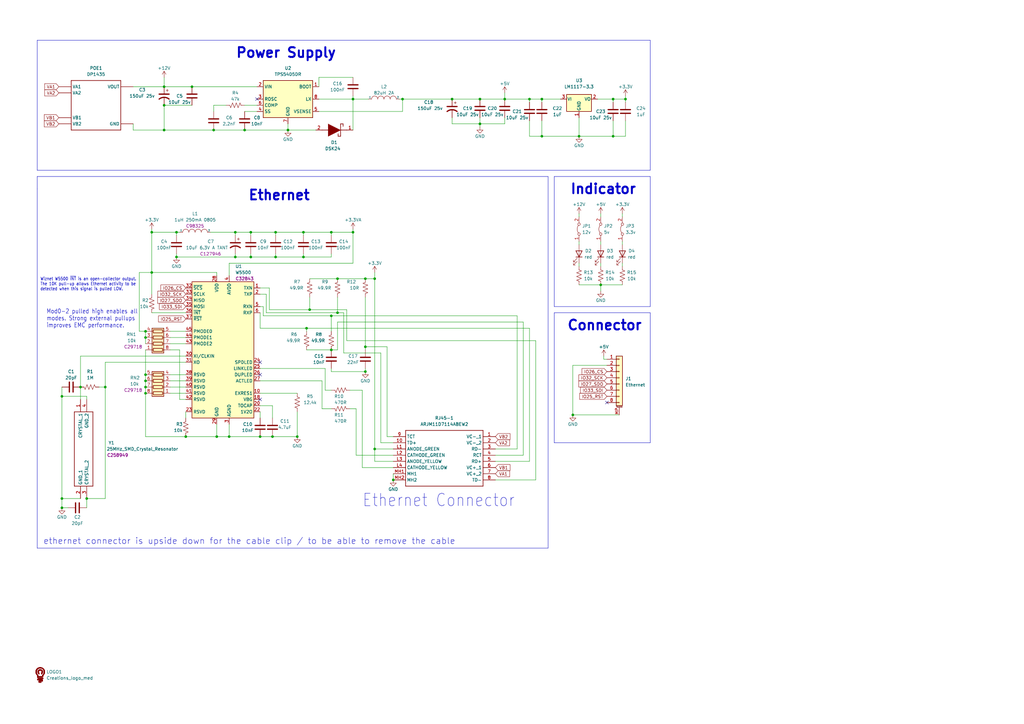
<source format=kicad_sch>
(kicad_sch (version 20230121) (generator eeschema)
  (paper "A3")
  (lib_symbols
    (symbol "Austins creations:25MHz_SMD_Crystal_Resonator"
      (property "Reference" "Y" (at 0 10.16 0))
      (property "Value" "25MHz_SMD_Crystal_Resonator" (at 0 7.62 0))
      (property "part #" "C258949" (at 0 5.08 0))
      (symbol "25MHz_SMD_Crystal_Resonator_1_0"
        (pin bidirectional line (at -20.32 -1.27 0) (length 5.08) (name "CRYSTAL_1") (number "1"))
        (pin bidirectional line (at 20.32 -1.27 180) (length 5.08) (name "GND_1") (number "2"))
        (pin bidirectional line (at 20.32 1.27 180) (length 5.08) (name "CRYSTAL_2") (number "3"))
        (pin bidirectional line (at -20.32 1.27 0) (length 5.08) (name "GND_2") (number "4"))
      )
    )
    (symbol "Austins creations:ARJM11D7114ABEW2"
      (property "Reference" "RJ45-" (at 0 15.24 0))
      (property "Value" "ARJM11D7114ABEW2" (at 0 12.7 0))
      (symbol "ARJM11D7114ABEW2_1_0"
        (pin bidirectional line (at -21.59 8.89 0) (length 5.08) (name "VC-_1") (number "1"))
        (pin bidirectional line (at 20.32 6.35 180) (length 5.08) (name "TD+") (number "10"))
        (pin bidirectional line (at -21.59 6.35 0) (length 5.08) (name "VC-_2") (number "2"))
        (pin bidirectional line (at -21.59 3.81 0) (length 5.08) (name "RD-") (number "3"))
        (pin bidirectional line (at -21.59 1.27 0) (length 5.08) (name "RCT") (number "4"))
        (pin bidirectional line (at -21.59 -1.27 0) (length 5.08) (name "RD+") (number "5"))
        (pin bidirectional line (at -21.59 -3.81 0) (length 5.08) (name "VC+_1") (number "6"))
        (pin bidirectional line (at -21.59 -6.35 0) (length 5.08) (name "VC+_2") (number "7"))
        (pin bidirectional line (at -21.59 -8.89 0) (length 5.08) (name "TD-") (number "8"))
        (pin bidirectional line (at 20.32 8.89 180) (length 5.08) (name "TCT") (number "9"))
        (pin bidirectional line (at 20.32 3.81 180) (length 5.08) (name "ANODE_GREEN") (number "L1"))
        (pin bidirectional line (at 20.32 1.27 180) (length 5.08) (name "CATHODE_GREEN") (number "L2"))
        (pin bidirectional line (at 20.32 -1.27 180) (length 5.08) (name "ANODE_YELLOW") (number "L3"))
        (pin bidirectional line (at 20.32 -3.81 180) (length 5.08) (name "CATHODE_YELLOW") (number "L4"))
        (pin bidirectional line (at 20.32 -6.35 180) (length 5.08) (name "MH1") (number "MH1"))
        (pin bidirectional line (at 20.32 -8.89 180) (length 5.08) (name "MH2") (number "MH2"))
      )
    )
    (symbol "Austins creations:DP1435"
      (property "Reference" "POE" (at 0 13.97 0))
      (property "Value" "DP1435" (at 0 11.43 0))
      (symbol "DP1435_1_0"
        (pin bidirectional line (at 15.24 -7.62 180) (length 5.08) (name "GND") (number "GND"))
        (pin bidirectional line (at -15.24 7.62 0) (length 5.08) (name "VA1") (number "VA1"))
        (pin bidirectional line (at -15.24 5.08 0) (length 5.08) (name "VA2") (number "VA2"))
        (pin bidirectional line (at -15.24 -5.08 0) (length 5.08) (name "VB1") (number "VB1"))
        (pin bidirectional line (at -15.24 -7.62 0) (length 5.08) (name "VB2") (number "VB2"))
        (pin bidirectional line (at 15.24 7.62 180) (length 5.08) (name "VOUT") (number "VOUT"))
      )
    )
    (symbol "Austins creations:PMEG4050EP"
      (property "Reference" "D" (at 0 8.89 0))
      (property "Value" "PMEG4050EP" (at 0 6.35 0))
      (property "part #" "C96235" (at 0 3.81 0))
      (symbol "PMEG4050EP_1_0"
        (pin bidirectional line (at -7.62 0 0) (length 2.54) (name "K") (number "1"))
        (pin bidirectional line (at 7.62 0 180) (length 2.54) (name "A") (number "2"))
      )
    )
    (symbol "Connector_Generic_MountingPin:Conn_01x08_MountingPin" (pin_names (offset 1.016) hide)
      (property "Reference" "J" (at 0 10.16 0))
      (property "Value" "Conn_01x08_MountingPin" (at 1.27 -12.7 0))
      (symbol "Conn_01x08_MountingPin_1_1"
        (text "Mounting" (at 0 -11.811 0) (effects (font (size 0.381 0.381))))
        (pin passive line (at -5.08 7.62 0) (length 3.81) (name "Pin_1") (number "1"))
        (pin passive line (at -5.08 5.08 0) (length 3.81) (name "Pin_2") (number "2"))
        (pin passive line (at -5.08 2.54 0) (length 3.81) (name "Pin_3") (number "3"))
        (pin passive line (at -5.08 0 0) (length 3.81) (name "Pin_4") (number "4"))
        (pin passive line (at -5.08 -2.54 0) (length 3.81) (name "Pin_5") (number "5"))
        (pin passive line (at -5.08 -5.08 0) (length 3.81) (name "Pin_6") (number "6"))
        (pin passive line (at -5.08 -7.62 0) (length 3.81) (name "Pin_7") (number "7"))
        (pin passive line (at -5.08 -10.16 0) (length 3.81) (name "Pin_8") (number "8"))
        (pin passive line (at 0 -15.24 90) (length 3.048) (name "MountPin") (number "MP"))
      )
    )
    (symbol "Device:C" (pin_numbers hide) (pin_names (offset 0.254))
      (property "Reference" "C" (at 0.635 2.54 0))
      (property "Value" "C" (at 0.635 -2.54 0))
      (symbol "C_1_1"
        (pin passive line (at 0 3.81 270) (length 2.794) (name "~") (number "1"))
        (pin passive line (at 0 -3.81 90) (length 2.794) (name "~") (number "2"))
      )
    )
    (symbol "Device:C_Polarized_US" (pin_numbers hide) (pin_names (offset 0.254) hide)
      (property "Reference" "C" (at 0.635 2.54 0))
      (property "Value" "C_Polarized_US" (at 0.635 -2.54 0))
      (symbol "C_Polarized_US_1_1"
        (pin passive line (at 0 3.81 270) (length 2.794) (name "~") (number "1"))
        (pin passive line (at 0 -3.81 90) (length 3.302) (name "~") (number "2"))
      )
    )
    (symbol "Device:LED" (pin_numbers hide) (pin_names (offset 1.016) hide)
      (property "Reference" "D" (at 0 2.54 0))
      (property "Value" "LED" (at 0 -2.54 0))
      (symbol "LED_1_1"
        (pin passive line (at -3.81 0 0) (length 2.54) (name "K") (number "1"))
        (pin passive line (at 3.81 0 180) (length 2.54) (name "A") (number "2"))
      )
    )
    (symbol "Device:R_Pack04" (pin_names (offset 0) hide)
      (property "Reference" "RN" (at -7.62 0 90))
      (property "Value" "R_Pack04" (at 5.08 0 90))
      (symbol "R_Pack04_1_1"
        (pin passive line (at -5.08 -5.08 90) (length 2.54) (name "R1.1") (number "1"))
        (pin passive line (at -2.54 -5.08 90) (length 2.54) (name "R2.1") (number "2"))
        (pin passive line (at 0 -5.08 90) (length 2.54) (name "R3.1") (number "3"))
        (pin passive line (at 2.54 -5.08 90) (length 2.54) (name "R4.1") (number "4"))
        (pin passive line (at 2.54 5.08 270) (length 2.54) (name "R4.2") (number "5"))
        (pin passive line (at 0 5.08 270) (length 2.54) (name "R3.2") (number "6"))
        (pin passive line (at -2.54 5.08 270) (length 2.54) (name "R2.2") (number "7"))
        (pin passive line (at -5.08 5.08 270) (length 2.54) (name "R1.2") (number "8"))
      )
    )
    (symbol "Device:R_US" (pin_numbers hide) (pin_names (offset 0))
      (property "Reference" "R" (at 2.54 0 90))
      (property "Value" "R_US" (at -2.54 0 90))
      (symbol "R_US_1_1"
        (pin passive line (at 0 3.81 270) (length 1.27) (name "~") (number "1"))
        (pin passive line (at 0 -3.81 90) (length 1.27) (name "~") (number "2"))
      )
    )
    (symbol "Interface_Ethernet:W5500"
      (property "Reference" "U" (at -11.43 29.21 0))
      (property "Value" "W5500" (at 8.89 29.21 0))
      (symbol "W5500_1_1"
        (pin output line (at 15.24 25.4 180) (length 2.54) (name "TXN") (number "1"))
        (pin passive line (at 15.24 -17.78 180) (length 2.54) (name "EXRES1") (number "10"))
        (pin passive line (at 2.54 30.48 270) (length 2.54) hide (name "AVDD") (number "11"))
        (pin no_connect line (at 12.7 7.62 180) (length 2.54) hide (name "NC") (number "12"))
        (pin no_connect line (at 12.7 5.08 180) (length 2.54) hide (name "NC") (number "13"))
        (pin passive line (at 2.54 -30.48 90) (length 2.54) hide (name "AGND") (number "14"))
        (pin passive line (at 2.54 30.48 270) (length 2.54) hide (name "AVDD") (number "15"))
        (pin passive line (at 2.54 -30.48 90) (length 2.54) hide (name "AGND") (number "16"))
        (pin passive line (at 2.54 30.48 270) (length 2.54) hide (name "AVDD") (number "17"))
        (pin passive line (at 15.24 -20.32 180) (length 2.54) (name "VBG") (number "18"))
        (pin passive line (at 2.54 -30.48 90) (length 2.54) hide (name "AGND") (number "19"))
        (pin output line (at 15.24 22.86 180) (length 2.54) (name "TXP") (number "2"))
        (pin passive line (at 15.24 -22.86 180) (length 2.54) (name "TOCAP") (number "20"))
        (pin passive line (at 2.54 30.48 270) (length 2.54) hide (name "AVDD") (number "21"))
        (pin output line (at 15.24 -25.4 180) (length 2.54) (name "1V2O") (number "22"))
        (pin input line (at -15.24 -25.4 0) (length 2.54) (name "RSVD") (number "23"))
        (pin output line (at 15.24 -5.08 180) (length 2.54) (name "SPDLED") (number "24"))
        (pin output line (at 15.24 -7.62 180) (length 2.54) (name "LINKLED") (number "25"))
        (pin output line (at 15.24 -10.16 180) (length 2.54) (name "DUPLED") (number "26"))
        (pin output line (at 15.24 -12.7 180) (length 2.54) (name "ACTLED") (number "27"))
        (pin power_in line (at -2.54 30.48 270) (length 2.54) (name "VDD") (number "28"))
        (pin power_in line (at -2.54 -30.48 90) (length 2.54) (name "GND") (number "29"))
        (pin power_in line (at 2.54 -30.48 90) (length 2.54) (name "AGND") (number "3"))
        (pin input line (at -15.24 -2.54 0) (length 2.54) (name "XI/CLKIN") (number "30"))
        (pin output line (at -15.24 -5.08 0) (length 2.54) (name "XO") (number "31"))
        (pin input line (at -15.24 25.4 0) (length 2.54) (name "~{SCS}") (number "32"))
        (pin input line (at -15.24 22.86 0) (length 2.54) (name "SCLK") (number "33"))
        (pin output line (at -15.24 20.32 0) (length 2.54) (name "MISO") (number "34"))
        (pin input line (at -15.24 17.78 0) (length 2.54) (name "MOSI") (number "35"))
        (pin input line (at -15.24 15.24 0) (length 2.54) (name "~{INT}") (number "36"))
        (pin input line (at -15.24 12.7 0) (length 2.54) (name "~{RST}") (number "37"))
        (pin input line (at -15.24 -10.16 0) (length 2.54) (name "RSVD") (number "38"))
        (pin input line (at -15.24 -12.7 0) (length 2.54) (name "RSVD") (number "39"))
        (pin power_in line (at 2.54 30.48 270) (length 2.54) (name "AVDD") (number "4"))
        (pin input line (at -15.24 -15.24 0) (length 2.54) (name "RSVD") (number "40"))
        (pin input line (at -15.24 -17.78 0) (length 2.54) (name "RSVD") (number "41"))
        (pin input line (at -15.24 -20.32 0) (length 2.54) (name "RSVD") (number "42"))
        (pin input line (at -15.24 2.54 0) (length 2.54) (name "PMODE2") (number "43"))
        (pin input line (at -15.24 5.08 0) (length 2.54) (name "PMODE1") (number "44"))
        (pin input line (at -15.24 7.62 0) (length 2.54) (name "PMODE0") (number "45"))
        (pin no_connect line (at 12.7 2.54 180) (length 2.54) hide (name "NC") (number "46"))
        (pin no_connect line (at 12.7 0 180) (length 2.54) hide (name "NC") (number "47"))
        (pin passive line (at 2.54 -30.48 90) (length 2.54) hide (name "AGND") (number "48"))
        (pin input line (at 15.24 17.78 180) (length 2.54) (name "RXN") (number "5"))
        (pin input line (at 15.24 15.24 180) (length 2.54) (name "RXP") (number "6"))
        (pin no_connect line (at 12.7 10.16 180) (length 2.54) hide (name "DNC") (number "7"))
        (pin passive line (at 2.54 30.48 270) (length 2.54) hide (name "AVDD") (number "8"))
        (pin passive line (at 2.54 -30.48 90) (length 2.54) hide (name "AGND") (number "9"))
      )
    )
    (symbol "Jumper:Jumper_2_Bridged" (pin_names (offset 0) hide)
      (property "Reference" "JP" (at 0 1.905 0))
      (property "Value" "Jumper_2_Bridged" (at 0 -2.54 0))
      (symbol "Jumper_2_Bridged_1_1"
        (pin passive line (at -5.08 0 0) (length 2.54) (name "A") (number "1"))
        (pin passive line (at 5.08 0 180) (length 2.54) (name "B") (number "2"))
      )
    )
    (symbol "Regulator_Linear:LM1117-3.3" (pin_names (offset 0.254))
      (property "Reference" "U" (at -3.81 3.175 0))
      (property "Value" "LM1117-3.3" (at 0 3.175 0))
      (symbol "LM1117-3.3_1_1"
        (pin power_in line (at 0 -7.62 90) (length 2.54) (name "GND") (number "1"))
        (pin power_out line (at 7.62 0 180) (length 2.54) (name "VO") (number "2"))
        (pin power_in line (at -7.62 0 0) (length 2.54) (name "VI") (number "3"))
      )
    )
    (symbol "Regulator_Switching:TPS5403"
      (property "Reference" "U" (at 0 11.43 0))
      (property "Value" "TPS5403" (at 0 8.89 0))
      (symbol "TPS5403_1_1"
        (pin passive line (at 12.7 5.08 180) (length 2.54) (name "BOOT") (number "1"))
        (pin power_in line (at -12.7 5.08 0) (length 2.54) (name "VIN") (number "2"))
        (pin passive line (at -12.7 0 0) (length 2.54) (name "ROSC") (number "3"))
        (pin passive line (at -12.7 -5.08 0) (length 2.54) (name "SS") (number "4"))
        (pin input line (at 12.7 -5.08 180) (length 2.54) (name "VSENSE") (number "5"))
        (pin passive line (at -12.7 -2.54 0) (length 2.54) (name "COMP") (number "6"))
        (pin power_in line (at 0 -10.16 90) (length 2.54) (name "GND") (number "7"))
        (pin output line (at 12.7 0 180) (length 2.54) (name "LX") (number "8"))
      )
    )
    (symbol "logos:Creations_logo_med"
      (property "Reference" "LOGO" (at 0 6.35 0))
      (property "Value" "Creations_logo_med" (at 0 3.81 0))
    )
    (symbol "power:+12V" (power) (pin_names (offset 0))
      (property "Value" "+12V" (at 0 3.556 0))
      (symbol "+12V_1_1"
        (pin power_in line (at 0 0 90) (length 0) hide (name "+12V") (number "1"))
      )
    )
    (symbol "power:+3.3V" (power) (pin_names (offset 0))
      (property "Value" "+3.3V" (at 0 3.556 0))
      (symbol "+3.3V_1_1"
        (pin power_in line (at 0 0 90) (length 0) hide (name "+3.3V") (number "1"))
      )
    )
    (symbol "power:+3.3VA" (power) (pin_names (offset 0))
      (property "Value" "+3.3VA" (at 0 3.556 0))
      (symbol "+3.3VA_1_1"
        (pin power_in line (at 0 0 90) (length 0) hide (name "+3.3VA") (number "1"))
      )
    )
    (symbol "power:+5V" (power) (pin_names (offset 0))
      (property "Value" "+5V" (at 0 3.556 0))
      (symbol "+5V_1_1"
        (pin power_in line (at 0 0 90) (length 0) hide (name "+5V") (number "1"))
      )
    )
    (symbol "power:GND" (power) (pin_names (offset 0))
      (property "Value" "GND" (at 0 -3.81 0))
      (symbol "GND_1_1"
        (pin power_in line (at 0 0 270) (length 0) hide (name "GND") (number "1"))
      )
    )
    (symbol "pspice:INDUCTOR" (pin_numbers hide) (pin_names (offset 0))
      (property "Reference" "L" (at 0 2.54 0))
      (property "Value" "INDUCTOR" (at 0 -1.27 0))
      (symbol "INDUCTOR_1_1"
        (pin input line (at -6.35 0 0) (length 1.27) (name "1") (number "1"))
        (pin input line (at 6.35 0 180) (length 1.27) (name "2") (number "2"))
      )
    )
  )
  (junction (at 59.69 161.29))
  (junction (at 135.89 129.54))
  (junction (at 100.33 53.34))
  (junction (at 185.42 40.64))
  (junction (at 144.78 95.25))
  (junction (at 222.25 40.64))
  (junction (at 222.25 55.88))
  (junction (at 144.78 40.64))
  (junction (at 25.4 162.56))
  (junction (at 234.95 170.18))
  (junction (at 251.46 40.64))
  (junction (at 207.01 40.64))
  (junction (at 25.4 208.28))
  (junction (at 59.69 158.75))
  (junction (at 149.86 152.4))
  (junction (at 87.63 53.34))
  (junction (at 246.38 116.84))
  (junction (at 33.02 158.75))
  (junction (at 59.69 156.21))
  (junction (at 59.69 135.89))
  (junction (at 88.9 179.07))
  (junction (at 135.89 143.51))
  (junction (at 165.1 40.64))
  (junction (at 67.31 53.34))
  (junction (at 72.39 95.25))
  (junction (at 196.85 40.64))
  (junction (at 78.74 35.56))
  (junction (at 106.68 179.07))
  (junction (at 161.29 196.85))
  (junction (at 102.87 105.41))
  (junction (at 59.69 138.43))
  (junction (at 153.67 114.3))
  (junction (at 149.86 114.3))
  (junction (at 217.17 40.64))
  (junction (at 125.73 134.62))
  (junction (at 127 127))
  (junction (at 138.43 114.3))
  (junction (at 237.49 55.88))
  (junction (at 256.54 40.64))
  (junction (at 138.43 128.27))
  (junction (at 113.03 95.25))
  (junction (at 76.2 179.07))
  (junction (at 59.69 153.67))
  (junction (at 102.87 95.25))
  (junction (at 93.98 179.07))
  (junction (at 96.52 95.25))
  (junction (at 62.23 111.76))
  (junction (at 149.86 142.24))
  (junction (at 35.56 204.47))
  (junction (at 124.46 95.25))
  (junction (at 124.46 105.41))
  (junction (at 25.4 204.47))
  (junction (at 62.23 95.25))
  (junction (at 196.85 50.8))
  (junction (at 67.31 43.18))
  (junction (at 118.11 53.34))
  (junction (at 113.03 105.41))
  (junction (at 153.67 184.15))
  (junction (at 121.92 179.07))
  (junction (at 251.46 55.88))
  (junction (at 72.39 105.41))
  (junction (at 135.89 95.25))
  (junction (at 111.76 179.07))
  (junction (at 67.31 35.56))
  (junction (at 96.52 105.41))
  (junction (at 43.18 158.75))
  (no_connect (at 105.41 40.64))
  (no_connect (at 106.68 163.83))
  (no_connect (at 248.92 165.1))
  (no_connect (at 106.68 153.67))
  (no_connect (at 106.68 148.59))
  (wire (pts (xy 217.17 40.64) (xy 217.17 41.91)))
  (wire (pts (xy 135.89 95.25) (xy 124.46 95.25)))
  (wire (pts (xy 62.23 111.76) (xy 88.9 111.76)))
  (wire (pts (xy 111.76 166.37) (xy 111.76 171.45)))
  (wire (pts (xy 135.89 96.52) (xy 135.89 95.25)))
  (wire (pts (xy 86.36 95.25) (xy 96.52 95.25)))
  (wire (pts (xy 234.95 170.18) (xy 254 170.18)))
  (wire (pts (xy 100.33 45.72) (xy 105.41 45.72)))
  (wire (pts (xy 35.56 204.47) (xy 43.18 204.47)))
  (wire (pts (xy 237.49 55.88) (xy 222.25 55.88)))
  (wire (pts (xy 54.61 35.56) (xy 67.31 35.56)))
  (wire (pts (xy 149.86 151.13) (xy 149.86 152.4)))
  (wire (pts (xy 106.68 161.29) (xy 121.92 161.29)))
  (wire (pts (xy 144.78 39.37) (xy 144.78 40.64)))
  (wire (pts (xy 149.86 142.24) (xy 158.75 142.24)))
  (wire (pts (xy 43.18 158.75) (xy 43.18 148.59)))
  (wire (pts (xy 133.35 151.13) (xy 133.35 160.02)))
  (wire (pts (xy 127 127) (xy 110.49 127)))
  (wire (pts (xy 102.87 104.14) (xy 102.87 105.41)))
  (wire (pts (xy 203.2 184.15) (xy 212.09 184.15)))
  (wire (pts (xy 88.9 111.76) (xy 88.9 113.03)))
  (wire (pts (xy 67.31 43.18) (xy 67.31 53.34)))
  (wire (pts (xy 142.24 139.7) (xy 219.71 139.7)))
  (wire (pts (xy 25.4 162.56) (xy 35.56 162.56)))
  (wire (pts (xy 153.67 111.76) (xy 153.67 114.3)))
  (polyline (pts (xy 224.79 224.79) (xy 224.79 72.39)))
  (polyline (pts (xy 227.33 72.39) (xy 266.7 72.39)))
  (wire (pts (xy 196.85 52.07) (xy 196.85 50.8)))
  (wire (pts (xy 69.85 158.75) (xy 76.2 158.75)))
  (wire (pts (xy 76.2 146.05) (xy 33.02 146.05)))
  (wire (pts (xy 88.9 179.07) (xy 93.98 179.07)))
  (wire (pts (xy 203.2 189.23) (xy 217.17 189.23)))
  (wire (pts (xy 124.46 104.14) (xy 124.46 105.41)))
  (wire (pts (xy 113.03 105.41) (xy 102.87 105.41)))
  (wire (pts (xy 142.24 127) (xy 127 127)))
  (wire (pts (xy 130.81 31.75) (xy 144.78 31.75)))
  (wire (pts (xy 135.89 143.51) (xy 138.43 143.51)))
  (wire (pts (xy 144.78 107.95) (xy 144.78 95.25)))
  (wire (pts (xy 106.68 125.73) (xy 107.95 125.73)))
  (wire (pts (xy 106.68 168.91) (xy 106.68 171.45)))
  (wire (pts (xy 59.69 156.21) (xy 59.69 158.75)))
  (wire (pts (xy 125.73 143.51) (xy 135.89 143.51)))
  (wire (pts (xy 72.39 104.14) (xy 72.39 105.41)))
  (wire (pts (xy 161.29 189.23) (xy 153.67 189.23)))
  (wire (pts (xy 124.46 105.41) (xy 113.03 105.41)))
  (wire (pts (xy 102.87 96.52) (xy 102.87 95.25)))
  (wire (pts (xy 158.75 179.07) (xy 158.75 142.24)))
  (wire (pts (xy 135.89 104.14) (xy 135.89 105.41)))
  (wire (pts (xy 138.43 114.3) (xy 127 114.3)))
  (wire (pts (xy 69.85 138.43) (xy 76.2 138.43)))
  (wire (pts (xy 88.9 173.99) (xy 88.9 179.07)))
  (wire (pts (xy 165.1 40.64) (xy 185.42 40.64)))
  (wire (pts (xy 246.38 116.84) (xy 255.27 116.84)))
  (wire (pts (xy 96.52 95.25) (xy 96.52 96.52)))
  (wire (pts (xy 107.95 125.73) (xy 107.95 129.54)))
  (wire (pts (xy 130.81 40.64) (xy 144.78 40.64)))
  (wire (pts (xy 54.61 50.8) (xy 54.61 53.34)))
  (wire (pts (xy 72.39 105.41) (xy 96.52 105.41)))
  (wire (pts (xy 135.89 129.54) (xy 135.89 135.89)))
  (wire (pts (xy 35.56 162.56) (xy 35.56 163.83)))
  (wire (pts (xy 161.29 179.07) (xy 158.75 179.07)))
  (wire (pts (xy 185.42 40.64) (xy 196.85 40.64)))
  (wire (pts (xy 35.56 204.47) (xy 35.56 208.28)))
  (wire (pts (xy 207.01 50.8) (xy 196.85 50.8)))
  (wire (pts (xy 212.09 129.54) (xy 212.09 184.15)))
  (wire (pts (xy 256.54 49.53) (xy 256.54 55.88)))
  (wire (pts (xy 100.33 43.18) (xy 105.41 43.18)))
  (wire (pts (xy 148.59 160.02) (xy 148.59 191.77)))
  (wire (pts (xy 109.22 120.65) (xy 109.22 128.27)))
  (wire (pts (xy 165.1 40.64) (xy 163.83 40.64)))
  (wire (pts (xy 76.2 168.91) (xy 76.2 171.45)))
  (wire (pts (xy 237.49 116.84) (xy 246.38 116.84)))
  (wire (pts (xy 214.63 132.08) (xy 214.63 186.69)))
  (wire (pts (xy 237.49 99.06) (xy 237.49 100.33)))
  (wire (pts (xy 102.87 105.41) (xy 96.52 105.41)))
  (wire (pts (xy 76.2 163.83) (xy 73.66 163.83)))
  (wire (pts (xy 25.4 208.28) (xy 25.4 204.47)))
  (wire (pts (xy 73.66 95.25) (xy 72.39 95.25)))
  (wire (pts (xy 256.54 40.64) (xy 251.46 40.64)))
  (wire (pts (xy 54.61 53.34) (xy 67.31 53.34)))
  (wire (pts (xy 144.78 93.98) (xy 144.78 95.25)))
  (wire (pts (xy 25.4 158.75) (xy 25.4 162.56)))
  (wire (pts (xy 153.67 184.15) (xy 161.29 184.15)))
  (polyline (pts (xy 227.33 181.61) (xy 266.7 181.61)))
  (wire (pts (xy 237.49 87.63) (xy 237.49 88.9)))
  (wire (pts (xy 106.68 120.65) (xy 109.22 120.65)))
  (wire (pts (xy 124.46 96.52) (xy 124.46 95.25)))
  (polyline (pts (xy 227.33 128.27) (xy 266.7 128.27)))
  (polyline (pts (xy 15.24 224.79) (xy 224.79 224.79)))
  (wire (pts (xy 78.74 35.56) (xy 105.41 35.56)))
  (wire (pts (xy 185.42 50.8) (xy 185.42 48.26)))
  (wire (pts (xy 57.15 111.76) (xy 57.15 135.89)))
  (wire (pts (xy 106.68 134.62) (xy 125.73 134.62)))
  (polyline (pts (xy 266.7 16.51) (xy 15.24 16.51)))
  (wire (pts (xy 111.76 179.07) (xy 121.92 179.07)))
  (wire (pts (xy 124.46 95.25) (xy 113.03 95.25)))
  (wire (pts (xy 255.27 99.06) (xy 255.27 100.33)))
  (polyline (pts (xy 227.33 128.27) (xy 227.33 181.61)))
  (wire (pts (xy 203.2 186.69) (xy 214.63 186.69)))
  (wire (pts (xy 106.68 156.21) (xy 132.08 156.21)))
  (wire (pts (xy 256.54 41.91) (xy 256.54 40.64)))
  (wire (pts (xy 93.98 107.95) (xy 144.78 107.95)))
  (wire (pts (xy 69.85 161.29) (xy 76.2 161.29)))
  (wire (pts (xy 247.65 146.05) (xy 247.65 147.32)))
  (wire (pts (xy 222.25 49.53) (xy 222.25 55.88)))
  (polyline (pts (xy 224.79 72.39) (xy 15.24 72.39)))
  (wire (pts (xy 62.23 93.98) (xy 62.23 95.25)))
  (wire (pts (xy 109.22 128.27) (xy 138.43 128.27)))
  (wire (pts (xy 135.89 129.54) (xy 212.09 129.54)))
  (wire (pts (xy 135.89 105.41) (xy 124.46 105.41)))
  (wire (pts (xy 133.35 160.02) (xy 135.89 160.02)))
  (wire (pts (xy 161.29 181.61) (xy 156.21 181.61)))
  (wire (pts (xy 93.98 179.07) (xy 93.98 173.99)))
  (wire (pts (xy 130.81 45.72) (xy 165.1 45.72)))
  (wire (pts (xy 148.59 191.77) (xy 161.29 191.77)))
  (wire (pts (xy 59.69 138.43) (xy 59.69 140.97)))
  (wire (pts (xy 33.02 204.47) (xy 25.4 204.47)))
  (wire (pts (xy 67.31 31.75) (xy 67.31 35.56)))
  (wire (pts (xy 156.21 181.61) (xy 156.21 144.78)))
  (polyline (pts (xy 266.7 16.51) (xy 266.7 69.85)))
  (polyline (pts (xy 227.33 72.39) (xy 227.33 125.73)))
  (polyline (pts (xy 227.33 125.73) (xy 266.7 125.73)))
  (wire (pts (xy 207.01 40.64) (xy 217.17 40.64)))
  (wire (pts (xy 62.23 95.25) (xy 62.23 111.76)))
  (wire (pts (xy 207.01 38.1) (xy 207.01 40.64)))
  (wire (pts (xy 237.49 48.26) (xy 237.49 55.88)))
  (wire (pts (xy 217.17 134.62) (xy 217.17 189.23)))
  (wire (pts (xy 125.73 134.62) (xy 125.73 135.89)))
  (wire (pts (xy 87.63 43.18) (xy 87.63 45.72)))
  (wire (pts (xy 135.89 152.4) (xy 135.89 151.13)))
  (wire (pts (xy 73.66 143.51) (xy 69.85 143.51)))
  (wire (pts (xy 138.43 132.08) (xy 138.43 143.51)))
  (wire (pts (xy 132.08 167.64) (xy 135.89 167.64)))
  (wire (pts (xy 149.86 142.24) (xy 149.86 143.51)))
  (wire (pts (xy 27.94 208.28) (xy 25.4 208.28)))
  (polyline (pts (xy 15.24 72.39) (xy 15.24 77.47)))
  (wire (pts (xy 62.23 128.27) (xy 76.2 128.27)))
  (wire (pts (xy 59.69 143.51) (xy 59.69 153.67)))
  (wire (pts (xy 146.05 167.64) (xy 146.05 186.69)))
  (wire (pts (xy 57.15 111.76) (xy 62.23 111.76)))
  (wire (pts (xy 146.05 186.69) (xy 161.29 186.69)))
  (wire (pts (xy 248.92 149.86) (xy 234.95 149.86)))
  (wire (pts (xy 62.23 95.25) (xy 72.39 95.25)))
  (wire (pts (xy 130.81 35.56) (xy 130.81 31.75)))
  (wire (pts (xy 165.1 40.64) (xy 165.1 45.72)))
  (wire (pts (xy 72.39 95.25) (xy 72.39 96.52)))
  (wire (pts (xy 106.68 166.37) (xy 111.76 166.37)))
  (wire (pts (xy 59.69 153.67) (xy 59.69 156.21)))
  (wire (pts (xy 69.85 156.21) (xy 76.2 156.21)))
  (wire (pts (xy 92.71 43.18) (xy 87.63 43.18)))
  (wire (pts (xy 255.27 87.63) (xy 255.27 88.9)))
  (wire (pts (xy 222.25 55.88) (xy 217.17 55.88)))
  (wire (pts (xy 59.69 161.29) (xy 59.69 179.07)))
  (wire (pts (xy 142.24 139.7) (xy 142.24 127)))
  (wire (pts (xy 217.17 49.53) (xy 217.17 55.88)))
  (wire (pts (xy 217.17 40.64) (xy 222.25 40.64)))
  (wire (pts (xy 59.69 179.07) (xy 76.2 179.07)))
  (wire (pts (xy 110.49 127) (xy 110.49 118.11)))
  (wire (pts (xy 144.78 40.64) (xy 151.13 40.64)))
  (polyline (pts (xy 15.24 77.47) (xy 15.24 224.79)))
  (wire (pts (xy 207.01 48.26) (xy 207.01 50.8)))
  (wire (pts (xy 246.38 116.84) (xy 246.38 119.38)))
  (wire (pts (xy 144.78 53.34) (xy 144.78 40.64)))
  (wire (pts (xy 246.38 99.06) (xy 246.38 100.33)))
  (wire (pts (xy 113.03 96.52) (xy 113.03 95.25)))
  (wire (pts (xy 118.11 53.34) (xy 129.54 53.34)))
  (wire (pts (xy 207.01 40.64) (xy 196.85 40.64)))
  (polyline (pts (xy 15.24 69.85) (xy 266.7 69.85)))
  (wire (pts (xy 247.65 147.32) (xy 248.92 147.32)))
  (wire (pts (xy 87.63 53.34) (xy 100.33 53.34)))
  (wire (pts (xy 113.03 104.14) (xy 113.03 105.41)))
  (polyline (pts (xy 266.7 181.61) (xy 266.7 128.27)))
  (wire (pts (xy 106.68 151.13) (xy 133.35 151.13)))
  (wire (pts (xy 132.08 156.21) (xy 132.08 167.64)))
  (wire (pts (xy 219.71 196.85) (xy 219.71 139.7)))
  (wire (pts (xy 149.86 114.3) (xy 153.67 114.3)))
  (wire (pts (xy 100.33 53.34) (xy 118.11 53.34)))
  (wire (pts (xy 69.85 140.97) (xy 76.2 140.97)))
  (wire (pts (xy 33.02 146.05) (xy 33.02 158.75)))
  (wire (pts (xy 40.64 158.75) (xy 43.18 158.75)))
  (wire (pts (xy 251.46 40.64) (xy 245.11 40.64)))
  (wire (pts (xy 138.43 128.27) (xy 140.97 128.27)))
  (wire (pts (xy 146.05 167.64) (xy 143.51 167.64)))
  (wire (pts (xy 222.25 40.64) (xy 222.25 41.91)))
  (wire (pts (xy 59.69 158.75) (xy 59.69 161.29)))
  (polyline (pts (xy 15.24 16.51) (xy 15.24 69.85)))
  (wire (pts (xy 246.38 87.63) (xy 246.38 88.9)))
  (wire (pts (xy 251.46 49.53) (xy 251.46 55.88)))
  (wire (pts (xy 251.46 55.88) (xy 237.49 55.88)))
  (wire (pts (xy 33.02 158.75) (xy 33.02 163.83)))
  (wire (pts (xy 102.87 95.25) (xy 96.52 95.25)))
  (wire (pts (xy 251.46 41.91) (xy 251.46 40.64)))
  (wire (pts (xy 153.67 189.23) (xy 153.67 184.15)))
  (wire (pts (xy 140.97 144.78) (xy 156.21 144.78)))
  (wire (pts (xy 121.92 168.91) (xy 121.92 179.07)))
  (wire (pts (xy 43.18 204.47) (xy 43.18 158.75)))
  (wire (pts (xy 196.85 50.8) (xy 185.42 50.8)))
  (wire (pts (xy 256.54 55.88) (xy 251.46 55.88)))
  (wire (pts (xy 118.11 50.8) (xy 118.11 53.34)))
  (wire (pts (xy 140.97 128.27) (xy 140.97 144.78)))
  (wire (pts (xy 149.86 152.4) (xy 135.89 152.4)))
  (wire (pts (xy 138.43 132.08) (xy 214.63 132.08)))
  (wire (pts (xy 93.98 113.03) (xy 93.98 107.95)))
  (wire (pts (xy 237.49 107.95) (xy 237.49 109.22)))
  (wire (pts (xy 59.69 135.89) (xy 59.69 138.43)))
  (wire (pts (xy 203.2 196.85) (xy 219.71 196.85)))
  (wire (pts (xy 234.95 149.86) (xy 234.95 170.18)))
  (wire (pts (xy 256.54 39.37) (xy 256.54 40.64)))
  (wire (pts (xy 25.4 162.56) (xy 25.4 204.47)))
  (wire (pts (xy 138.43 121.92) (xy 138.43 128.27)))
  (polyline (pts (xy 266.7 125.73) (xy 266.7 72.39)))
  (wire (pts (xy 106.68 179.07) (xy 93.98 179.07)))
  (wire (pts (xy 69.85 135.89) (xy 76.2 135.89)))
  (wire (pts (xy 106.68 134.62) (xy 106.68 128.27)))
  (wire (pts (xy 127 121.92) (xy 127 127)))
  (wire (pts (xy 73.66 163.83) (xy 73.66 143.51)))
  (wire (pts (xy 62.23 111.76) (xy 62.23 120.65)))
  (wire (pts (xy 67.31 53.34) (xy 87.63 53.34)))
  (wire (pts (xy 135.89 95.25) (xy 144.78 95.25)))
  (wire (pts (xy 161.29 194.31) (xy 161.29 196.85)))
  (wire (pts (xy 196.85 48.26) (xy 196.85 50.8)))
  (wire (pts (xy 255.27 107.95) (xy 255.27 109.22)))
  (wire (pts (xy 153.67 114.3) (xy 153.67 184.15)))
  (wire (pts (xy 96.52 105.41) (xy 96.52 104.14)))
  (wire (pts (xy 106.68 118.11) (xy 110.49 118.11)))
  (wire (pts (xy 125.73 134.62) (xy 217.17 134.62)))
  (wire (pts (xy 76.2 179.07) (xy 88.9 179.07)))
  (wire (pts (xy 43.18 148.59) (xy 76.2 148.59)))
  (wire (pts (xy 107.95 129.54) (xy 135.89 129.54)))
  (wire (pts (xy 67.31 35.56) (xy 78.74 35.56)))
  (wire (pts (xy 67.31 43.18) (xy 78.74 43.18)))
  (wire (pts (xy 246.38 107.95) (xy 246.38 109.22)))
  (wire (pts (xy 113.03 95.25) (xy 102.87 95.25)))
  (wire (pts (xy 143.51 160.02) (xy 148.59 160.02)))
  (wire (pts (xy 69.85 153.67) (xy 76.2 153.67)))
  (wire (pts (xy 149.86 114.3) (xy 138.43 114.3)))
  (wire (pts (xy 57.15 135.89) (xy 59.69 135.89)))
  (wire (pts (xy 222.25 40.64) (xy 229.87 40.64)))
  (wire (pts (xy 149.86 121.92) (xy 149.86 142.24)))
  (wire (pts (xy 106.68 179.07) (xy 111.76 179.07)))
  (text "Indicator" (at 233.68 80.01 0) (effects (font (size 4 4) (thickness 0.8) bold) (justify left bottom)))
  (text "Power Supply" (at 96.52 24.13 0) (effects (font (size 4 4) (thickness 0.8) bold) (justify left bottom)))
  (text "Connector" (at 232.41 135.89 0) (effects (font (size 4 4) (thickness 0.8) bold) (justify left bottom)))
  (text "Ethernet" (at 101.6 82.55 0) (effects (font (size 4 4) (thickness 0.8) bold) (justify left bottom)))
  (text "Ethernet Connector" (at 148.59 208.28 0) (effects (font (size 5.08 4.318)) (justify left bottom)))
  (text "ethernet connector is upside down for the cable clip / to be able to remove the cable" (at 17.78 223.52 0) (effects (font (size 2.5 2.5)) (justify left bottom)))
  (text "Wiznet W5500 ~{INT} is an open-collector output.\nThe 10K pull-up allows Ethernet activity to be\ndetected when this signal is pulled LOW." (at 16.51 119.38 0) (effects (font (size 1.27 1.0795)) (justify left bottom)))
  (text "Mod0-2 pulled high enables all\nmodes. Strong external pullups\nimproves EMC performance." (at 19.05 134.62 0) (effects (font (size 1.778 1.5113)) (justify left bottom)))
  (global_label "IO33_SDI" (shape input) (at 248.92 160.02 180) (property "Intersheetrefs" "${INTERSHEET_REFS}" (effects hide)))
  (global_label "IO25_RST" (shape input) (at 248.92 162.56 180) (property "Intersheetrefs" "${INTERSHEET_REFS}" (effects hide)))
  (global_label "IO32_SCK" (shape input) (at 76.2 120.65 180) (property "Intersheetrefs" "${INTERSHEET_REFS}" (effects hide)))
  (global_label "VA2" (shape input) (at 203.2 181.61 0) (property "Intersheetrefs" "${INTERSHEET_REFS}" (effects hide)))
  (global_label "IO25_RST" (shape input) (at 76.2 130.81 180) (property "Intersheetrefs" "${INTERSHEET_REFS}" (effects hide)))
  (global_label "VB1" (shape input) (at 24.13 48.26 180) (property "Intersheetrefs" "${INTERSHEET_REFS}" (effects hide)))
  (global_label "VB1" (shape input) (at 203.2 191.77 0) (property "Intersheetrefs" "${INTERSHEET_REFS}" (effects hide)))
  (global_label "VA1" (shape input) (at 24.13 35.56 180) (property "Intersheetrefs" "${INTERSHEET_REFS}" (effects hide)))
  (global_label "IO32_SCK" (shape input) (at 248.92 154.94 180) (property "Intersheetrefs" "${INTERSHEET_REFS}" (effects hide)))
  (global_label "VB2" (shape input) (at 203.2 179.07 0) (property "Intersheetrefs" "${INTERSHEET_REFS}" (effects hide)))
  (global_label "IO33_SDI" (shape input) (at 76.2 125.73 180) (property "Intersheetrefs" "${INTERSHEET_REFS}" (effects hide)))
  (global_label "VA1" (shape input) (at 203.2 194.31 0) (property "Intersheetrefs" "${INTERSHEET_REFS}" (effects hide)))
  (global_label "IO26_CS" (shape input) (at 248.92 152.4 180) (property "Intersheetrefs" "${INTERSHEET_REFS}" (effects hide)))
  (global_label "IO26_CS" (shape input) (at 76.2 118.11 180) (property "Intersheetrefs" "${INTERSHEET_REFS}" (effects hide)))
  (global_label "IO27_SDO" (shape input) (at 76.2 123.19 180) (property "Intersheetrefs" "${INTERSHEET_REFS}" (effects hide)))
  (global_label "VB2" (shape input) (at 24.13 50.8 180) (property "Intersheetrefs" "${INTERSHEET_REFS}" (effects hide)))
  (global_label "IO27_SDO" (shape input) (at 248.92 157.48 180) (property "Intersheetrefs" "${INTERSHEET_REFS}" (effects hide)))
  (global_label "VA2" (shape input) (at 24.13 38.1 180) (property "Intersheetrefs" "${INTERSHEET_REFS}" (effects hide)))
  (symbol (lib_id "Device:R_US") (at 237.49 113.03 0) (unit 1)
    (property "Reference" "R13" (at 241.3 111.76 0))
    (property "Value" "10k" (at 241.3 114.3 0))
    (property "Footprint" "Resistor_SMD:R_0603_1608Metric" (effects hide))
    (property "LCSC" "C25804" (effects hide))
  )
  (symbol (lib_id "Device:C") (at 87.63 49.53 0) (mirror x) (unit 1)
    (property "Reference" "C6" (at 93.98 48.26 0))
    (property "Value" "2.2nF" (at 93.98 50.8 0))
    (property "Footprint" "Capacitor_SMD:C_0603_1608Metric" (effects hide))
    (property "LCSC" "C1604" (effects hide))
  )
  (symbol (lib_id "power:GND") (at 246.38 119.38 0) (unit 1)
    (property "Reference" "#PWR017" (effects hide))
    (property "Value" "GND" (at 246.38 123.19 0))
  )
  (symbol (lib_id "Device:C_Polarized_US") (at 96.52 100.33 0) (mirror y) (unit 1)
    (property "Reference" "C7" (at 85.09 99.06 0) (effects (justify right)))
    (property "Value" "10uF 6.3V A TANT" (at 76.2 101.6 0) (effects (justify right)))
    (property "Footprint" "Capacitor_Tantalum_SMD:CP_EIA-3216-18_Kemet-A" (effects hide))
    (property "LCSC" "C127946" (at 86.36 104.14 0))
  )
  (symbol (lib_id "Device:R_US") (at 138.43 118.11 0) (mirror x) (unit 1)
    (property "Reference" "R9" (at 134.62 115.57 0) (effects (justify right)))
    (property "Value" "49.9R" (at 135.89 118.11 0) (effects (justify right)))
    (property "Footprint" "Resistor_SMD:R_0603_1608Metric" (effects hide))
    (property "LCSC" "C23185" (effects hide))
  )
  (symbol (lib_id "power:+3.3VA") (at 144.78 93.98 0) (unit 1)
    (property "Reference" "#PWR07" (effects hide))
    (property "Value" "+3.3VA" (at 144.78 90.17 0))
  )
  (symbol (lib_id "Device:LED") (at 255.27 104.14 270) (mirror x) (unit 1)
    (property "Reference" "D4" (at 259.08 102.87 90))
    (property "Value" "red" (at 259.08 105.41 90))
    (property "Footprint" "LED_SMD:LED_0603_1608Metric" (effects hide))
    (property "LCSC" "C72038" (effects hide))
  )
  (symbol (lib_id "Device:R_US") (at 149.86 118.11 0) (mirror x) (unit 1)
    (property "Reference" "R12" (at 146.05 115.57 0) (effects (justify right)))
    (property "Value" "10R" (at 147.32 118.11 0) (effects (justify right)))
    (property "Footprint" "Resistor_SMD:R_0603_1608Metric" (effects hide))
    (property "LCSC" "C22859" (effects hide))
  )
  (symbol (lib_id "power:GND") (at 72.39 105.41 0) (unit 1)
    (property "Reference" "#PWR04" (effects hide))
    (property "Value" "GND" (at 72.39 109.22 0))
  )
  (symbol (lib_id "Device:C") (at 222.25 45.72 0) (unit 1)
    (property "Reference" "C22" (at 228.6 44.45 0))
    (property "Value" "1uF" (at 228.6 46.99 0))
    (property "Footprint" "Capacitor_SMD:C_0603_1608Metric" (effects hide))
    (property "LCSC" "C15849" (effects hide))
  )
  (symbol (lib_id "Jumper:Jumper_2_Bridged") (at 255.27 93.98 90) (unit 1) (in_bom no)
    (property "Reference" "JP3" (at 256.54 92.7099 90) (effects (justify right)))
    (property "Value" "3.3v" (at 256.54 95.2499 90) (effects (justify right)))
    (property "Footprint" "Jumper:SolderJumper-2_P1.3mm_Bridged_RoundedPad1.0x1.5mm" (effects hide))
  )
  (symbol (lib_id "Device:R_US") (at 36.83 158.75 90) (mirror x) (unit 1)
    (property "Reference" "R1" (at 35.56 152.4 90) (effects (justify right)))
    (property "Value" "1M" (at 35.56 154.94 90) (effects (justify right)))
    (property "Footprint" "Resistor_SMD:R_0603_1608Metric" (effects hide))
    (property "LCSC" "C22935" (effects hide))
  )
  (symbol (lib_id "pspice:INDUCTOR") (at 80.01 95.25 0) (unit 1)
    (property "Reference" "L1" (at 80.01 87.63 0))
    (property "Value" "1uH 250mA 0805" (at 80.01 90.17 0))
    (property "Footprint" "Inductor_SMD:L_0805_2012Metric" (effects hide))
    (property "LCSC" "C98325" (at 80.01 92.71 0))
  )
  (symbol (lib_id "Device:R_US") (at 255.27 113.03 180) (unit 1)
    (property "Reference" "R15" (at 259.08 111.76 0))
    (property "Value" "10k" (at 259.08 114.3 0))
    (property "Footprint" "Resistor_SMD:R_0603_1608Metric" (effects hide))
    (property "LCSC" "C25804" (effects hide))
  )
  (symbol (lib_id "Device:C") (at 135.89 147.32 180) (unit 1)
    (property "Reference" "C15" (at 130.81 146.05 0))
    (property "Value" "10nF" (at 130.81 148.59 0))
    (property "Footprint" "Capacitor_SMD:C_0603_1608Metric" (effects hide))
    (property "LCSC" "C57112" (effects hide))
  )
  (symbol (lib_id "Device:C") (at 256.54 45.72 0) (unit 1)
    (property "Reference" "C24" (at 262.89 44.45 0))
    (property "Value" "1uF" (at 262.89 46.99 0))
    (property "Footprint" "Capacitor_SMD:C_0603_1608Metric" (effects hide))
    (property "LCSC" "C15849" (effects hide))
  )
  (symbol (lib_id "Device:C") (at 207.01 44.45 0) (mirror x) (unit 1)
    (property "Reference" "C20" (at 201.93 44.45 0))
    (property "Value" "10uF 25v" (at 201.93 46.99 0))
    (property "Footprint" "Capacitor_SMD:C_0603_1608Metric" (effects hide))
    (property "LCSC" "C96446" (effects hide))
  )
  (symbol (lib_id "Device:R_US") (at 76.2 175.26 0) (mirror x) (unit 1)
    (property "Reference" "R3" (at 74.93 173.99 0) (effects (justify right)))
    (property "Value" "10k" (at 74.93 176.53 0) (effects (justify right)))
    (property "Footprint" "Resistor_SMD:R_0603_1608Metric" (effects hide))
    (property "LCSC" "C25804" (effects hide))
  )
  (symbol (lib_id "Device:R_US") (at 125.73 139.7 0) (mirror x) (unit 1)
    (property "Reference" "R6" (at 121.92 137.16 0) (effects (justify right)))
    (property "Value" "49.9R" (at 123.19 139.7 0) (effects (justify right)))
    (property "Footprint" "Resistor_SMD:R_0603_1608Metric" (effects hide))
    (property "LCSC" "C23185" (effects hide))
  )
  (symbol (lib_id "power:GND") (at 121.92 179.07 0) (unit 1)
    (property "Reference" "#PWR06" (effects hide))
    (property "Value" "GND" (at 121.92 182.88 0))
  )
  (symbol (lib_id "power:+12V") (at 237.49 87.63 0) (unit 1)
    (property "Reference" "#PWR015" (effects hide))
    (property "Value" "+12V" (at 237.49 83.82 0))
  )
  (symbol (lib_id "Jumper:Jumper_2_Bridged") (at 237.49 93.98 90) (unit 1) (in_bom no)
    (property "Reference" "JP1" (at 238.76 92.7099 90) (effects (justify right)))
    (property "Value" "12v" (at 238.76 95.2499 90) (effects (justify right)))
    (property "Footprint" "Jumper:SolderJumper-2_P1.3mm_Bridged_RoundedPad1.0x1.5mm" (effects hide))
  )
  (symbol (lib_id "logos:Creations_logo_med") (at 16.51 275.59 0) (unit 1)
    (property "Reference" "LOGO1" (at 19.05 275.5645 0) (effects (justify left)))
    (property "Value" "Creations_logo_med" (at 19.05 278.1045 0) (effects (justify left)))
    (property "Footprint" "logos:Creations logo med" (effects hide))
  )
  (symbol (lib_id "Device:C") (at 113.03 100.33 0) (mirror x) (unit 1)
    (property "Reference" "C12" (at 118.11 99.06 0))
    (property "Value" "100nF" (at 118.11 101.6 0))
    (property "Footprint" "Capacitor_SMD:C_0603_1608Metric" (effects hide))
    (property "LCSC" "C14663" (effects hide))
  )
  (symbol (lib_id "power:GND") (at 118.11 53.34 0) (unit 1)
    (property "Reference" "#PWR05" (effects hide))
    (property "Value" "GND" (at 118.11 57.15 0))
  )
  (symbol (lib_id "Device:C") (at 29.21 158.75 90) (unit 1)
    (property "Reference" "C1" (at 29.21 152.4 90))
    (property "Value" "20pF" (at 29.21 154.94 90))
    (property "Footprint" "Capacitor_SMD:C_0603_1608Metric" (effects hide))
    (property "LCSC" "C1648" (effects hide))
  )
  (symbol (lib_id "Connector_Generic_MountingPin:Conn_01x08_MountingPin") (at 254 154.94 0) (unit 1)
    (property "Reference" "J1" (at 256.54 155.2955 0) (effects (justify left)))
    (property "Value" "Ethernet" (at 256.54 157.8355 0) (effects (justify left)))
    (property "Footprint" "bare-footprints:8 pin jst 1.25 vertical" (effects hide))
    (property "LCSC" "C225110" (effects hide))
  )
  (symbol (lib_id "Device:R_US") (at 62.23 124.46 0) (mirror x) (unit 1)
    (property "Reference" "R2" (at 60.96 123.19 0) (effects (justify right)))
    (property "Value" "10k" (at 60.96 125.73 0) (effects (justify right)))
    (property "Footprint" "Resistor_SMD:R_0603_1608Metric" (effects hide))
    (property "LCSC" "C25804" (effects hide))
  )
  (symbol (lib_id "power:GND") (at 161.29 196.85 0) (unit 1)
    (property "Reference" "#PWR010" (effects hide))
    (property "Value" "GND" (at 161.29 200.66 0))
  )
  (symbol (lib_id "Device:C_Polarized_US") (at 67.31 39.37 0) (mirror y) (unit 1)
    (property "Reference" "C3" (at 59.69 36.83 0) (effects (justify left)))
    (property "Value" "150uF 25v" (at 63.5 39.37 0) (effects (justify left)))
    (property "Footprint" "Capacitor_SMD:CP_Elec_6.3x7.7" (effects hide))
    (property "LCSC" "C494825" (effects hide))
  )
  (symbol (lib_id "Device:C") (at 124.46 100.33 0) (mirror x) (unit 1)
    (property "Reference" "C13" (at 129.54 99.06 0))
    (property "Value" "100nF" (at 129.54 101.6 0))
    (property "Footprint" "Capacitor_SMD:C_0603_1608Metric" (effects hide))
    (property "LCSC" "C14663" (effects hide))
  )
  (symbol (lib_id "power:GND") (at 25.4 208.28 0) (unit 1)
    (property "Reference" "#PWR01" (effects hide))
    (property "Value" "GND" (at 25.4 212.09 0))
  )
  (symbol (lib_id "Device:C_Polarized_US") (at 185.42 44.45 0) (mirror y) (unit 1)
    (property "Reference" "C18" (at 177.8 41.91 0) (effects (justify left)))
    (property "Value" "150uF 25v" (at 181.61 44.45 0) (effects (justify left)))
    (property "Footprint" "Capacitor_SMD:CP_Elec_6.3x7.7" (effects hide))
    (property "LCSC" "C494825" (effects hide))
  )
  (symbol (lib_id "Device:R_US") (at 139.7 167.64 270) (mirror x) (unit 1)
    (property "Reference" "R11" (at 140.97 170.18 90) (effects (justify right)))
    (property "Value" "470R" (at 142.24 172.72 90) (effects (justify right)))
    (property "Footprint" "Resistor_SMD:R_0603_1608Metric" (effects hide))
    (property "LCSC" "C23179" (effects hide))
  )
  (symbol (lib_id "power:+3.3V") (at 153.67 111.76 0) (unit 1)
    (property "Reference" "#PWR09" (effects hide))
    (property "Value" "+3.3V" (at 153.67 107.95 0))
  )
  (symbol (lib_id "power:GND") (at 237.49 55.88 0) (unit 1)
    (property "Reference" "#PWR014" (effects hide))
    (property "Value" "GND" (at 237.49 59.69 0))
  )
  (symbol (lib_id "Device:R_US") (at 135.89 139.7 0) (mirror x) (unit 1)
    (property "Reference" "R8" (at 132.08 137.16 0) (effects (justify right)))
    (property "Value" "49.9R" (at 133.35 139.7 0) (effects (justify right)))
    (property "Footprint" "Resistor_SMD:R_0603_1608Metric" (effects hide))
    (property "LCSC" "C23185" (effects hide))
  )
  (symbol (lib_id "Device:C") (at 106.68 175.26 180) (unit 1)
    (property "Reference" "C10" (at 101.6 173.99 0))
    (property "Value" "10nF" (at 101.6 176.53 0))
    (property "Footprint" "Capacitor_SMD:C_0603_1608Metric" (effects hide))
    (property "LCSC" "C57112" (effects hide))
  )
  (symbol (lib_id "power:GND") (at 149.86 152.4 0) (unit 1)
    (property "Reference" "#PWR08" (effects hide))
    (property "Value" "GND" (at 149.86 156.21 0))
  )
  (symbol (lib_id "Regulator_Switching:TPS5403") (at 118.11 40.64 0) (unit 1)
    (property "Reference" "U2" (at 118.11 27.94 0))
    (property "Value" "TPS5405DR" (at 118.11 30.48 0))
    (property "Footprint" "Package_SO:SOIC-8_3.9x4.9mm_P1.27mm" (effects hide))
    (property "Datasheet" "https://www.ti.com/lit/ds/symlink/tps5405.pdf" (effects hide))
    (property "LCSC" "C488409" (effects hide))
  )
  (symbol (lib_id "Jumper:Jumper_2_Bridged") (at 246.38 93.98 90) (unit 1) (in_bom no)
    (property "Reference" "JP2" (at 247.65 92.7099 90) (effects (justify right)))
    (property "Value" "5v" (at 247.65 95.2499 90) (effects (justify right)))
    (property "Footprint" "Jumper:SolderJumper-2_P1.3mm_Bridged_RoundedPad1.0x1.5mm" (effects hide))
  )
  (symbol (lib_id "Device:C") (at 72.39 100.33 180) (unit 1)
    (property "Reference" "C4" (at 67.31 99.06 0))
    (property "Value" "100nF" (at 67.31 101.6 0))
    (property "Footprint" "Capacitor_SMD:C_0603_1608Metric" (effects hide))
    (property "LCSC" "C14663" (effects hide))
  )
  (symbol (lib_id "power:+3.3V") (at 256.54 39.37 0) (unit 1)
    (property "Reference" "#PWR020" (effects hide))
    (property "Value" "+3.3V" (at 256.54 35.56 0))
  )
  (symbol (lib_id "power:GND") (at 234.95 170.18 0) (unit 1)
    (property "Reference" "#PWR013" (effects hide))
    (property "Value" "GND" (at 234.95 173.99 0))
  )
  (symbol (lib_id "Regulator_Linear:LM1117-3.3") (at 237.49 40.64 0) (unit 1)
    (property "Reference" "U3" (at 237.49 33.02 0))
    (property "Value" "LM1117-3.3" (at 237.49 35.56 0))
    (property "Footprint" "Package_TO_SOT_SMD:SOT-89-3" (effects hide))
    (property "Datasheet" "http://www.ti.com/lit/ds/symlink/lm1117.pdf" (effects hide))
    (property "LCSC" "C126019" (effects hide))
  )
  (symbol (lib_id "Device:R_US") (at 127 118.11 0) (mirror x) (unit 1)
    (property "Reference" "R7" (at 123.19 115.57 0) (effects (justify right)))
    (property "Value" "49.9R" (at 124.46 118.11 0) (effects (justify right)))
    (property "Footprint" "Resistor_SMD:R_0603_1608Metric" (effects hide))
    (property "LCSC" "C23185" (effects hide))
  )
  (symbol (lib_id "power:+3.3V") (at 62.23 93.98 0) (unit 1)
    (property "Reference" "#PWR02" (effects hide))
    (property "Value" "+3.3V" (at 62.23 90.17 0))
  )
  (symbol (lib_id "Device:R_US") (at 96.52 43.18 270) (mirror x) (unit 1)
    (property "Reference" "R4" (at 96.52 38.1 90))
    (property "Value" "47k" (at 96.52 40.64 90))
    (property "Footprint" "Resistor_SMD:R_0603_1608Metric" (effects hide))
    (property "LCSC" "C25819" (effects hide))
  )
  (symbol (lib_id "Austins creations:25MHz_SMD_Crystal_Resonator") (at 34.29 184.15 270) (unit 1)
    (property "Reference" "Y1" (at 45.72 181.61 90))
    (property "Value" "25MHz_SMD_Crystal_Resonator" (at 58.42 184.15 90))
    (property "Footprint" "Austins creations:25MHz_SMD_Crystal_Resonator" (effects hide))
    (property "LCSC" "C258949" (at 48.26 186.69 90))
  )
  (symbol (lib_id "power:+12V") (at 67.31 31.75 0) (unit 1)
    (property "Reference" "#PWR03" (effects hide))
    (property "Value" "+12V" (at 67.31 27.94 0))
  )
  (symbol (lib_id "pspice:INDUCTOR") (at 157.48 40.64 0) (unit 1)
    (property "Reference" "L2" (at 157.48 35.56 0))
    (property "Value" "82uH 2A" (at 157.48 38.1 0))
    (property "Footprint" "Austins creations:IND-SMD_L7.1-W6.6" (effects hide))
    (property "LCSC" "C2983095" (effects hide))
  )
  (symbol (lib_id "Device:R_US") (at 121.92 165.1 180) (unit 1)
    (property "Reference" "R5" (at 125.73 162.56 0) (effects (justify right)))
    (property "Value" "12.4k" (at 124.46 165.1 0) (effects (justify right)))
    (property "Footprint" "Resistor_SMD:R_0603_1608Metric" (effects hide))
    (property "LCSC" "C310267" (effects hide))
  )
  (symbol (lib_id "Device:C") (at 135.89 100.33 0) (mirror x) (unit 1)
    (property "Reference" "C14" (at 140.97 99.06 0))
    (property "Value" "100nF" (at 140.97 101.6 0))
    (property "Footprint" "Capacitor_SMD:C_0603_1608Metric" (effects hide))
    (property "LCSC" "C14663" (effects hide))
  )
  (symbol (lib_id "Device:C") (at 78.74 39.37 0) (mirror x) (unit 1)
    (property "Reference" "C5" (at 73.66 39.37 0))
    (property "Value" "10uF 25v" (at 73.66 41.91 0))
    (property "Footprint" "Capacitor_SMD:C_0603_1608Metric" (effects hide))
    (property "LCSC" "C96446" (effects hide))
  )
  (symbol (lib_id "Interface_Ethernet:W5500") (at 91.44 143.51 0) (unit 1)
    (property "Reference" "U1" (at 96.52 109.22 0) (effects (justify left)))
    (property "Value" "W5500" (at 96.52 111.76 0) (effects (justify left)))
    (property "Footprint" "Package_QFP:LQFP-48_7x7mm_P0.5mm" (effects hide))
    (property "Datasheet" "http://wizwiki.net/wiki/lib/exe/fetch.php/products:w5500:w5500_ds_v109e.pdf" (effects hide))
    (property "LCSC" "C32843" (at 100.33 114.3 0))
  )
  (symbol (lib_id "power:+3.3V") (at 255.27 87.63 0) (unit 1)
    (property "Reference" "#PWR019" (effects hide))
    (property "Value" "+3.3V" (at 255.27 83.82 0))
  )
  (symbol (lib_id "Device:C") (at 31.75 208.28 90) (mirror x) (unit 1)
    (property "Reference" "C2" (at 31.75 212.09 90))
    (property "Value" "20pF" (at 31.75 214.63 90))
    (property "Footprint" "Capacitor_SMD:C_0603_1608Metric" (effects hide))
    (property "LCSC" "C1648" (effects hide))
  )
  (symbol (lib_id "Device:C") (at 102.87 100.33 0) (mirror x) (unit 1)
    (property "Reference" "C9" (at 107.95 99.06 0))
    (property "Value" "10nF" (at 107.95 101.6 0))
    (property "Footprint" "Capacitor_SMD:C_0603_1608Metric" (effects hide))
    (property "LCSC" "C57112" (effects hide))
  )
  (symbol (lib_id "Device:C") (at 100.33 49.53 0) (mirror x) (unit 1)
    (property "Reference" "C8" (at 105.41 48.26 0))
    (property "Value" "10nF" (at 105.41 50.8 0))
    (property "Footprint" "Capacitor_SMD:C_0603_1608Metric" (effects hide))
    (property "LCSC" "C57112" (effects hide))
  )
  (symbol (lib_id "Device:R_Pack04") (at 64.77 156.21 90) (unit 1)
    (property "Reference" "RN2" (at 53.34 154.94 90) (effects (justify right)))
    (property "Value" "10k" (at 53.34 157.48 90) (effects (justify right)))
    (property "Footprint" "Resistor_SMD:R_Array_Convex_4x0603" (effects hide))
    (property "LCSC" "C29718" (at 54.61 160.02 90))
  )
  (symbol (lib_id "Device:C") (at 144.78 35.56 0) (mirror y) (unit 1)
    (property "Reference" "C16" (at 138.43 34.29 0))
    (property "Value" "100nF" (at 138.43 36.83 0))
    (property "Footprint" "Capacitor_SMD:C_0603_1608Metric" (effects hide))
    (property "LCSC" "C14663" (effects hide))
  )
  (symbol (lib_id "Device:C") (at 196.85 44.45 0) (mirror x) (unit 1)
    (property "Reference" "C19" (at 191.77 44.45 0))
    (property "Value" "10uF 25v" (at 191.77 46.99 0))
    (property "Footprint" "Capacitor_SMD:C_0603_1608Metric" (effects hide))
    (property "LCSC" "C96446" (effects hide))
  )
  (symbol (lib_id "Device:R_Pack04") (at 64.77 138.43 270) (mirror x) (unit 1)
    (property "Reference" "RN1" (at 55.88 137.16 90) (effects (justify right)))
    (property "Value" "10k" (at 55.88 139.7 90) (effects (justify right)))
    (property "Footprint" "Resistor_SMD:R_Array_Convex_4x0603" (effects hide))
    (property "LCSC" "C29718" (at 54.61 142.24 90))
  )
  (symbol (lib_id "Device:C") (at 217.17 45.72 0) (mirror x) (unit 1)
    (property "Reference" "C21" (at 212.09 45.72 0))
    (property "Value" "10uF 25v" (at 212.09 48.26 0))
    (property "Footprint" "Capacitor_SMD:C_0603_1608Metric" (effects hide))
    (property "LCSC" "C96446" (effects hide))
  )
  (symbol (lib_id "power:+5V") (at 246.38 87.63 0) (unit 1)
    (property "Reference" "#PWR016" (effects hide))
    (property "Value" "+5V" (at 246.38 83.82 0))
  )
  (symbol (lib_id "Device:LED") (at 246.38 104.14 270) (mirror x) (unit 1)
    (property "Reference" "D3" (at 250.19 102.87 90))
    (property "Value" "red" (at 250.19 105.41 90))
    (property "Footprint" "LED_SMD:LED_0603_1608Metric" (effects hide))
    (property "LCSC" "C72038" (effects hide))
  )
  (symbol (lib_id "power:GND") (at 196.85 52.07 0) (unit 1)
    (property "Reference" "#PWR011" (effects hide))
    (property "Value" "GND" (at 196.85 55.88 0))
  )
  (symbol (lib_id "Device:R_US") (at 246.38 113.03 180) (unit 1)
    (property "Reference" "R14" (at 250.19 111.76 0))
    (property "Value" "10k" (at 250.19 114.3 0))
    (property "Footprint" "Resistor_SMD:R_0603_1608Metric" (effects hide))
    (property "LCSC" "C25804" (effects hide))
  )
  (symbol (lib_id "Device:C") (at 251.46 45.72 0) (mirror x) (unit 1)
    (property "Reference" "C23" (at 246.38 45.72 0))
    (property "Value" "10uF 25v" (at 246.38 48.26 0))
    (property "Footprint" "Capacitor_SMD:C_0603_1608Metric" (effects hide))
    (property "LCSC" "C96446" (effects hide))
  )
  (symbol (lib_id "power:+5V") (at 247.65 146.05 0) (unit 1)
    (property "Reference" "#PWR018" (effects hide))
    (property "Value" "+5V" (at 247.65 142.24 0))
  )
  (symbol (lib_id "Device:R_US") (at 139.7 160.02 270) (mirror x) (unit 1)
    (property "Reference" "R10" (at 140.97 162.56 90) (effects (justify right)))
    (property "Value" "470R" (at 142.24 165.1 90) (effects (justify right)))
    (property "Footprint" "Resistor_SMD:R_0603_1608Metric" (effects hide))
    (property "LCSC" "C23179" (effects hide))
  )
  (symbol (lib_id "Device:C") (at 149.86 147.32 180) (unit 1)
    (property "Reference" "C17" (at 144.78 146.05 0))
    (property "Value" "22nF" (at 144.78 148.59 0))
    (property "Footprint" "Capacitor_SMD:C_0603_1608Metric" (effects hide))
    (property "LCSC" "C21122" (effects hide))
  )
  (symbol (lib_id "Device:C") (at 111.76 175.26 0) (mirror x) (unit 1)
    (property "Reference" "C11" (at 116.84 172.72 0))
    (property "Value" "4.7uF" (at 116.84 175.26 0))
    (property "Footprint" "Capacitor_SMD:C_0603_1608Metric" (effects hide))
    (property "LCSC" "C19666" (effects hide))
  )
  (symbol (lib_id "Austins creations:ARJM11D7114ABEW2") (at 181.61 187.96 0) (mirror y) (unit 1) (in_bom no)
    (property "Reference" "RJ45-1" (at 182.245 171.45 0))
    (property "Value" "ARJM11D7114ABEW2" (at 182.245 173.99 0))
    (property "Footprint" "Austins creations:ARJM11D7114ABEW2" (effects hide))
  )
  (symbol (lib_id "Austins creations:DP1435") (at 39.37 43.18 0) (unit 1) (in_bom no)
    (property "Reference" "POE1" (at 39.37 27.94 0))
    (property "Value" "DP1435" (at 39.37 30.48 0))
    (property "Footprint" "Austins creations:DP1435" (effects hide))
  )
  (symbol (lib_id "Device:LED") (at 237.49 104.14 270) (mirror x) (unit 1)
    (property "Reference" "D2" (at 241.3 102.87 90))
    (property "Value" "red" (at 241.3 105.41 90))
    (property "Footprint" "LED_SMD:LED_0603_1608Metric" (effects hide))
    (property "LCSC" "C72038" (effects hide))
  )
  (symbol (lib_id "power:+5V") (at 207.01 38.1 0) (unit 1)
    (property "Reference" "#PWR012" (effects hide))
    (property "Value" "+5V" (at 207.01 34.29 0))
  )
  (symbol (lib_id "Austins creations:PMEG4050EP") (at 137.16 53.34 180) (unit 1)
    (property "Reference" "D1" (at 138.43 58.42 0) (effects (justify left)))
    (property "Value" "DSK24" (at 139.7 60.96 0) (effects (justify left)))
    (property "Footprint" "Diode_SMD:D_SOD-123" (effects hide))
    (property "LCSC" "C908229" (effects hide))
    (property "alternative option" "C2999988" (effects hide))
  )
)
</source>
